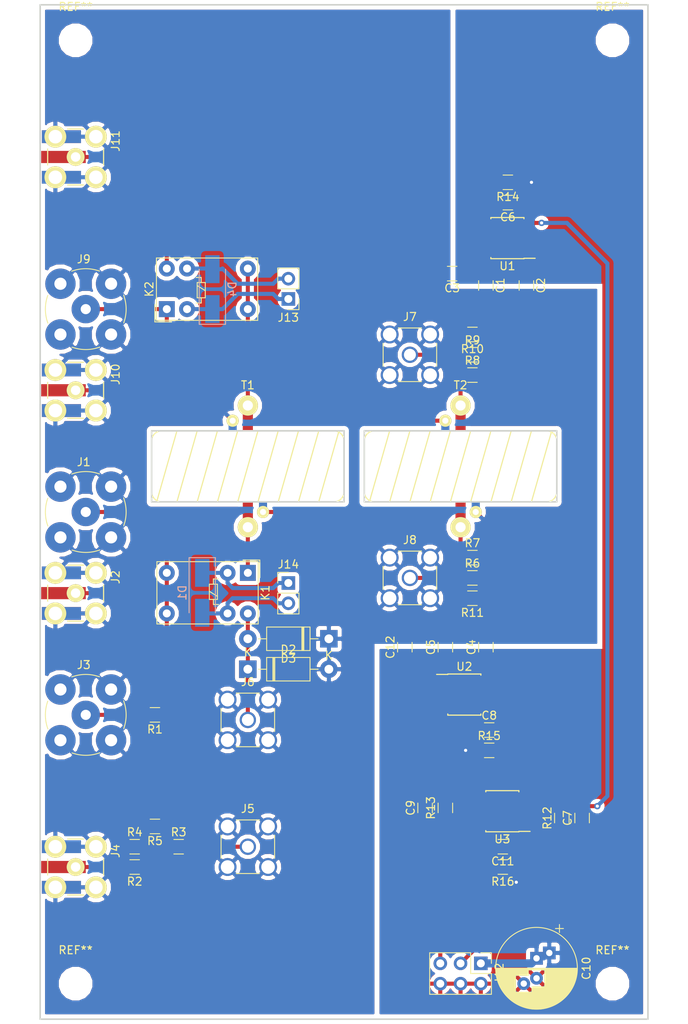
<source format=kicad_pcb>
(kicad_pcb (version 20171130) (host pcbnew 5.0.2-bee76a0~70~ubuntu16.04.1)
  (layers (0 F.Cu signal) (31 B.Cu signal) (34 B.Paste user) (35 F.Paste user) (36 B.SilkS user) (37 F.SilkS user) (38 B.Mask user) (39 F.Mask user) (44 Edge.Cuts user))
  (net 0 "")
  (net 1 "Net-(C1-Pad1)")
  (net 2 "Net-(C1-Pad2)")
  (net 3 GNDS)
  (net 4 "Net-(C2-Pad1)")
  (net 5 GNDD)
  (net 6 "Net-(C4-Pad2)")
  (net 7 "Net-(C4-Pad1)")
  (net 8 "Net-(C5-Pad1)")
  (net 9 "Net-(C6-Pad2)")
  (net 10 "Net-(C7-Pad2)")
  (net 11 "Net-(C8-Pad2)")
  (net 12 "Net-(C9-Pad2)")
  (net 13 +5V)
  (net 14 "Net-(C11-Pad2)")
  (net 15 "Net-(D2-Pad1)")
  (net 16 "Net-(J1-Pad1)")
  (net 17 "Net-(J3-Pad1)")
  (net 18 "Net-(J4-Pad1)")
  (net 19 "Net-(J5-Pad1)")
  (net 20 "Net-(J7-Pad1)")
  (net 21 "Net-(J8-Pad1)")
  (net 22 "Net-(J10-Pad1)")
  (net 23 "Net-(J11-Pad1)")
  (net 24 ForwardPwr)
  (net 25 ReversePwr)
  (net 26 "Net-(K1-Pad1)")
  (net 27 "Net-(K2-Pad5)")
  (net 28 "Net-(R2-Pad1)")
  (net 29 "Net-(U1-Pad3)")
  (net 30 "Net-(U1-Pad5)")
  (net 31 "Net-(U2-Pad3)")
  (net 32 "Net-(U2-Pad5)")
  (net 33 "Net-(D1-Pad2)")
  (net 34 "Net-(D1-Pad1)")
  (net 35 "Net-(D4-Pad1)")
  (net 36 "Net-(D4-Pad2)")
  (module Capacitor_SMD:C_1206_3216Metric_Pad1.42x1.75mm_HandSolder (layer F.Cu) (at 100.33 60.5425 270)
    (fp_text reference C1 (at 0 -1.82 270) (layer F.SilkS))
    (fp_text value 51pF)
    (pad 1 smd roundrect (at -1.4875 0 270) (size 1.425 1.75) (layers F.Cu F.Paste F.Mask) (roundrect_rratio 0.175439) (net 1 "Net-(C1-Pad1)"))
    (pad 2 smd roundrect (at 1.4875 0 270) (size 1.425 1.75) (layers F.Cu F.Paste F.Mask) (roundrect_rratio 0.175439) (net 2 "Net-(C1-Pad2)"))
  )
  (module Capacitor_SMD:C_1206_3216Metric_Pad1.42x1.75mm_HandSolder (layer F.Cu) (at 105.41 60.5425 270)
    (fp_text reference C2 (at 0 -1.82 270) (layer F.SilkS))
    (fp_text value 51pF)
    (pad 2 smd roundrect (at 1.4875 0 270) (size 1.425 1.75) (layers F.Cu F.Paste F.Mask) (roundrect_rratio 0.175439) (net 3 GNDS))
    (pad 1 smd roundrect (at -1.4875 0 270) (size 1.425 1.75) (layers F.Cu F.Paste F.Mask) (roundrect_rratio 0.175439) (net 4 "Net-(C2-Pad1)"))
  )
  (module Capacitor_SMD:C_1206_3216Metric_Pad1.42x1.75mm_HandSolder (layer F.Cu) (at 96.1025 59.055 180)
    (fp_text reference C3 (at 0 -1.82 180) (layer F.SilkS))
    (fp_text value 1nF)
    (pad 2 smd roundrect (at 1.4875 0 180) (size 1.425 1.75) (layers F.Cu F.Paste F.Mask) (roundrect_rratio 0.175439) (net 3 GNDS))
    (pad 1 smd roundrect (at -1.4875 0 180) (size 1.425 1.75) (layers F.Cu F.Paste F.Mask) (roundrect_rratio 0.175439) (net 5 GNDD))
  )
  (module Capacitor_SMD:C_1206_3216Metric_Pad1.42x1.75mm_HandSolder (layer F.Cu) (at 100.33 105.8275 90)
    (fp_text reference C4 (at 0 -1.82 90) (layer F.SilkS))
    (fp_text value 51pF)
    (pad 2 smd roundrect (at 1.4875 0 90) (size 1.425 1.75) (layers F.Cu F.Paste F.Mask) (roundrect_rratio 0.175439) (net 6 "Net-(C4-Pad2)"))
    (pad 1 smd roundrect (at -1.4875 0 90) (size 1.425 1.75) (layers F.Cu F.Paste F.Mask) (roundrect_rratio 0.175439) (net 7 "Net-(C4-Pad1)"))
  )
  (module Capacitor_SMD:C_1206_3216Metric_Pad1.42x1.75mm_HandSolder (layer F.Cu) (at 95.25 105.8275 90)
    (fp_text reference C5 (at 0 -1.82 90) (layer F.SilkS))
    (fp_text value 51pF)
    (pad 1 smd roundrect (at -1.4875 0 90) (size 1.425 1.75) (layers F.Cu F.Paste F.Mask) (roundrect_rratio 0.175439) (net 8 "Net-(C5-Pad1)"))
    (pad 2 smd roundrect (at 1.4875 0 90) (size 1.425 1.75) (layers F.Cu F.Paste F.Mask) (roundrect_rratio 0.175439) (net 3 GNDS))
  )
  (module Capacitor_SMD:C_1206_3216Metric_Pad1.42x1.75mm_HandSolder (layer F.Cu) (at 103.0875 50.165 180)
    (fp_text reference C6 (at 0 -1.82 180) (layer F.SilkS))
    (fp_text value .1uF)
    (pad 1 smd roundrect (at -1.4875 0 180) (size 1.425 1.75) (layers F.Cu F.Paste F.Mask) (roundrect_rratio 0.175439) (net 5 GNDD))
    (pad 2 smd roundrect (at 1.4875 0 180) (size 1.425 1.75) (layers F.Cu F.Paste F.Mask) (roundrect_rratio 0.175439) (net 9 "Net-(C6-Pad2)"))
  )
  (module Capacitor_SMD:C_1206_3216Metric_Pad1.42x1.75mm_HandSolder (layer F.Cu) (at 112.395 127.2175 90)
    (fp_text reference C7 (at 0 -1.82 90) (layer F.SilkS))
    (fp_text value 1nF)
    (pad 2 smd roundrect (at 1.4875 0 90) (size 1.425 1.75) (layers F.Cu F.Paste F.Mask) (roundrect_rratio 0.175439) (net 10 "Net-(C7-Pad2)"))
    (pad 1 smd roundrect (at -1.4875 0 90) (size 1.425 1.75) (layers F.Cu F.Paste F.Mask) (roundrect_rratio 0.175439) (net 5 GNDD))
  )
  (module Capacitor_SMD:C_1206_3216Metric_Pad1.42x1.75mm_HandSolder (layer F.Cu) (at 100.7475 116.205)
    (fp_text reference C8 (at 0 -1.82) (layer F.SilkS))
    (fp_text value .1uF)
    (pad 1 smd roundrect (at -1.4875 0) (size 1.425 1.75) (layers F.Cu F.Paste F.Mask) (roundrect_rratio 0.175439) (net 5 GNDD))
    (pad 2 smd roundrect (at 1.4875 0) (size 1.425 1.75) (layers F.Cu F.Paste F.Mask) (roundrect_rratio 0.175439) (net 11 "Net-(C8-Pad2)"))
  )
  (module Capacitor_SMD:C_1206_3216Metric_Pad1.42x1.75mm_HandSolder (layer F.Cu) (at 92.71 125.9475 90)
    (fp_text reference C9 (at 0 -1.82 90) (layer F.SilkS))
    (fp_text value 1nF)
    (pad 2 smd roundrect (at 1.4875 0 90) (size 1.425 1.75) (layers F.Cu F.Paste F.Mask) (roundrect_rratio 0.175439) (net 12 "Net-(C9-Pad2)"))
    (pad 1 smd roundrect (at -1.4875 0 90) (size 1.425 1.75) (layers F.Cu F.Paste F.Mask) (roundrect_rratio 0.175439) (net 5 GNDD))
  )
  (module Capacitor_THT:CP_Radial_D10.0mm_P2.50mm_P5.00mm (layer F.Cu) (at 106.68 144.78 270)
    (fp_text reference C10 (at 1.25 -6.25 270) (layer F.SilkS))
    (fp_text value 100uF)
    (pad 1 thru_hole rect (at 0 0 270) (size 1.6 1.6) (drill 0.8) (layers *.Cu *.Mask) (net 13 +5V))
    (pad 2 thru_hole circle (at 2.5 0 270) (size 1.6 1.6) (drill 0.8) (layers *.Cu *.Mask) (net 5 GNDD))
    (pad 1 thru_hole rect (at -0.670937 -1.6 270) (size 1.6 1.6) (drill 0.8) (layers *.Cu *.Mask) (net 13 +5V))
    (pad 2 thru_hole circle (at 3.170937 1.6 270) (size 1.6 1.6) (drill 0.8) (layers *.Cu *.Mask) (net 5 GNDD))
  )
  (module Capacitor_SMD:C_1206_3216Metric_Pad1.42x1.75mm_HandSolder (layer F.Cu) (at 102.4525 130.81 180)
    (fp_text reference C11 (at 0 -1.82 180) (layer F.SilkS))
    (fp_text value .1uF)
    (pad 1 smd roundrect (at -1.4875 0 180) (size 1.425 1.75) (layers F.Cu F.Paste F.Mask) (roundrect_rratio 0.175439) (net 5 GNDD))
    (pad 2 smd roundrect (at 1.4875 0 180) (size 1.425 1.75) (layers F.Cu F.Paste F.Mask) (roundrect_rratio 0.175439) (net 14 "Net-(C11-Pad2)"))
  )
  (module Diode_SMD:D_SMA_Handsoldering (layer B.Cu) (at 64.77 99.02 270)
    (fp_text reference D1 (at 0 2.5 270) (layer B.SilkS) (effects (justify mirror)))
    (fp_text value D_Small)
    (pad 2 smd rect (at 2.5 0 270) (size 3.5 1.8) (layers B.Cu B.Paste B.Mask) (net 33 "Net-(D1-Pad2)"))
    (pad 1 smd rect (at -2.5 0 270) (size 3.5 1.8) (layers B.Cu B.Paste B.Mask) (net 34 "Net-(D1-Pad1)"))
  )
  (module Diode_THT:D_DO-41_SOD81_P10.16mm_Horizontal (layer F.Cu) (at 70.485 108.585)
    (fp_text reference D2 (at 5.08 -2.47) (layer F.SilkS))
    (fp_text value D_Small)
    (fp_text user K (at 0 -2.1) (layer F.SilkS))
    (pad 2 thru_hole oval (at 10.16 0) (size 2.2 2.2) (drill 1.1) (layers *.Cu *.Mask) (net 3 GNDS))
    (pad 1 thru_hole rect (at 0 0) (size 2.2 2.2) (drill 1.1) (layers *.Cu *.Mask) (net 15 "Net-(D2-Pad1)"))
  )
  (module Diode_THT:D_DO-41_SOD81_P10.16mm_Horizontal (layer F.Cu) (at 80.645 104.775 180)
    (fp_text reference D3 (at 5.08 -2.47 180) (layer F.SilkS))
    (fp_text value D_Small)
    (fp_text user K (at 0 -2.1 180) (layer F.SilkS))
    (pad 1 thru_hole rect (at 0 0 180) (size 2.2 2.2) (drill 1.1) (layers *.Cu *.Mask) (net 3 GNDS))
    (pad 2 thru_hole oval (at 10.16 0 180) (size 2.2 2.2) (drill 1.1) (layers *.Cu *.Mask) (net 15 "Net-(D2-Pad1)"))
  )
  (module Diode_SMD:D_SMA_Handsoldering (layer B.Cu) (at 66.04 61 90)
    (fp_text reference D4 (at 0 2.5 90) (layer B.SilkS) (effects (justify mirror)))
    (fp_text value D_Small)
    (pad 1 smd rect (at -2.5 0 90) (size 3.5 1.8) (layers B.Cu B.Paste B.Mask) (net 35 "Net-(D4-Pad1)"))
    (pad 2 smd rect (at 2.5 0 90) (size 3.5 1.8) (layers B.Cu B.Paste B.Mask) (net 36 "Net-(D4-Pad2)"))
  )
  (module Connector_Coaxial:BNC_TEConnectivity_1478204_Vertical (layer F.Cu) (at 50.165 88.9)
    (fp_text reference J1 (at -0.25 -6.25) (layer F.SilkS))
    (fp_text value RadioBNC)
    (pad 2 thru_hole circle (at -3.175 -3.175) (size 3.81 3.81) (drill 1.524) (layers *.Cu *.Mask) (net 3 GNDS))
    (pad 1 thru_hole circle (at 0 0) (size 3.556 3.556) (drill 1.27) (layers *.Cu *.Mask) (net 16 "Net-(J1-Pad1)"))
    (pad 2 thru_hole circle (at 3.175 -3.175) (size 3.81 3.81) (drill 1.524) (layers *.Cu *.Mask) (net 3 GNDS))
    (pad 2 thru_hole circle (at -3.175 3.175) (size 3.81 3.81) (drill 1.524) (layers *.Cu *.Mask) (net 3 GNDS))
    (pad 2 thru_hole circle (at 3.175 3.175) (size 3.81 3.81) (drill 1.524) (layers *.Cu *.Mask) (net 3 GNDS))
  )
  (module Libraries:SMA_Vertical_Or_Edge (layer F.Cu) (at 48.895 99.06 270)
    (fp_text reference J2 (at -2 -5 270) (layer F.SilkS))
    (fp_text value RadioSMA)
    (pad 2 smd rect (at -2.54 1.778 270) (size 1.6002 4.9022) (layers B.Cu B.Paste B.Mask) (net 3 GNDS))
    (pad 2 smd rect (at 2.54 1.778 270) (size 1.6002 4.9022) (layers F.Cu F.Paste F.Mask) (net 3 GNDS))
    (pad 2 smd rect (at -2.54 1.778 270) (size 1.6002 4.9022) (layers F.Cu F.Paste F.Mask) (net 3 GNDS))
    (pad 1 smd rect (at 0 1.524 270) (size 1.524 5.588) (layers F.Cu F.Paste F.Mask) (net 16 "Net-(J1-Pad1)"))
    (pad 1 thru_hole circle (at 0 0 270) (size 2.24 2.24) (drill 1.2) (layers *.Cu *.Mask F.SilkS) (net 16 "Net-(J1-Pad1)"))
    (pad 2 thru_hole circle (at -2.54 -2.54 270) (size 2.74 2.74) (drill 1.7) (layers *.Cu *.Mask F.SilkS) (net 3 GNDS))
    (pad 2 thru_hole circle (at 2.54 -2.54 270) (size 2.74 2.74) (drill 1.7) (layers *.Cu *.Mask F.SilkS) (net 3 GNDS))
    (pad 2 thru_hole circle (at 2.54 2.54 270) (size 2.74 2.74) (drill 1.7) (layers *.Cu *.Mask F.SilkS) (net 3 GNDS))
    (pad 2 smd rect (at 2.54 1.778 270) (size 1.6002 4.9022) (layers B.Cu B.Paste B.Mask) (net 3 GNDS))
    (pad 2 thru_hole circle (at -2.54 2.54 270) (size 2.74 2.74) (drill 1.7) (layers *.Cu *.Mask F.SilkS) (net 3 GNDS))
  )
  (module Connector_Coaxial:BNC_TEConnectivity_1478204_Vertical (layer F.Cu) (at 50.165 114.3)
    (fp_text reference J3 (at -0.25 -6.25) (layer F.SilkS))
    (fp_text value "High Impedance Tap")
    (pad 2 thru_hole circle (at -3.175 -3.175) (size 3.81 3.81) (drill 1.524) (layers *.Cu *.Mask) (net 3 GNDS))
    (pad 1 thru_hole circle (at 0 0) (size 3.556 3.556) (drill 1.27) (layers *.Cu *.Mask) (net 17 "Net-(J3-Pad1)"))
    (pad 2 thru_hole circle (at 3.175 -3.175) (size 3.81 3.81) (drill 1.524) (layers *.Cu *.Mask) (net 3 GNDS))
    (pad 2 thru_hole circle (at -3.175 3.175) (size 3.81 3.81) (drill 1.524) (layers *.Cu *.Mask) (net 3 GNDS))
    (pad 2 thru_hole circle (at 3.175 3.175) (size 3.81 3.81) (drill 1.524) (layers *.Cu *.Mask) (net 3 GNDS))
  )
  (module Libraries:SMA_Vertical_Or_Edge (layer F.Cu) (at 48.895 133.35 270)
    (fp_text reference J4 (at -2 -5 270) (layer F.SilkS))
    (fp_text value "Low Impedance Tap")
    (pad 2 thru_hole circle (at -2.54 2.54 270) (size 2.74 2.74) (drill 1.7) (layers *.Cu *.Mask F.SilkS) (net 3 GNDS))
    (pad 2 smd rect (at 2.54 1.778 270) (size 1.6002 4.9022) (layers B.Cu B.Paste B.Mask) (net 3 GNDS))
    (pad 2 thru_hole circle (at 2.54 2.54 270) (size 2.74 2.74) (drill 1.7) (layers *.Cu *.Mask F.SilkS) (net 3 GNDS))
    (pad 2 thru_hole circle (at 2.54 -2.54 270) (size 2.74 2.74) (drill 1.7) (layers *.Cu *.Mask F.SilkS) (net 3 GNDS))
    (pad 2 thru_hole circle (at -2.54 -2.54 270) (size 2.74 2.74) (drill 1.7) (layers *.Cu *.Mask F.SilkS) (net 3 GNDS))
    (pad 1 thru_hole circle (at 0 0 270) (size 2.24 2.24) (drill 1.2) (layers *.Cu *.Mask F.SilkS) (net 18 "Net-(J4-Pad1)"))
    (pad 1 smd rect (at 0 1.524 270) (size 1.524 5.588) (layers F.Cu F.Paste F.Mask) (net 18 "Net-(J4-Pad1)"))
    (pad 2 smd rect (at -2.54 1.778 270) (size 1.6002 4.9022) (layers F.Cu F.Paste F.Mask) (net 3 GNDS))
    (pad 2 smd rect (at 2.54 1.778 270) (size 1.6002 4.9022) (layers F.Cu F.Paste F.Mask) (net 3 GNDS))
    (pad 2 smd rect (at -2.54 1.778 270) (size 1.6002 4.9022) (layers B.Cu B.Paste B.Mask) (net 3 GNDS))
  )
  (module Connector_Coaxial:SMA_Amphenol_901-144_Vertical (layer F.Cu) (at 70.485 130.81)
    (fp_text reference J5 (at 0 -4.75) (layer F.SilkS))
    (fp_text value "Frequency Counter")
    (pad 1 thru_hole circle (at 0 0) (size 2.05 2.05) (drill 1.5) (layers *.Cu *.Mask) (net 19 "Net-(J5-Pad1)"))
    (pad 2 thru_hole circle (at 2.54 2.54) (size 2.25 2.25) (drill 1.7) (layers *.Cu *.Mask) (net 3 GNDS))
    (pad 2 thru_hole circle (at 2.54 -2.54) (size 2.25 2.25) (drill 1.7) (layers *.Cu *.Mask) (net 3 GNDS))
    (pad 2 thru_hole circle (at -2.54 -2.54) (size 2.25 2.25) (drill 1.7) (layers *.Cu *.Mask) (net 3 GNDS))
    (pad 2 thru_hole circle (at -2.54 2.54) (size 2.25 2.25) (drill 1.7) (layers *.Cu *.Mask) (net 3 GNDS))
  )
  (module Connector_Coaxial:SMA_Amphenol_901-144_Vertical (layer F.Cu) (at 70.485 114.935)
    (fp_text reference J6 (at 0 -4.75) (layer F.SilkS))
    (fp_text value "Signal Generator")
    (pad 2 thru_hole circle (at -2.54 2.54) (size 2.25 2.25) (drill 1.7) (layers *.Cu *.Mask) (net 3 GNDS))
    (pad 2 thru_hole circle (at -2.54 -2.54) (size 2.25 2.25) (drill 1.7) (layers *.Cu *.Mask) (net 3 GNDS))
    (pad 2 thru_hole circle (at 2.54 -2.54) (size 2.25 2.25) (drill 1.7) (layers *.Cu *.Mask) (net 3 GNDS))
    (pad 2 thru_hole circle (at 2.54 2.54) (size 2.25 2.25) (drill 1.7) (layers *.Cu *.Mask) (net 3 GNDS))
    (pad 1 thru_hole circle (at 0 0) (size 2.05 2.05) (drill 1.5) (layers *.Cu *.Mask) (net 15 "Net-(D2-Pad1)"))
  )
  (module Connector_Coaxial:SMA_Amphenol_901-144_Vertical (layer F.Cu) (at 90.805 69.215)
    (fp_text reference J7 (at 0 -4.75) (layer F.SilkS))
    (fp_text value "Forward Sample")
    (pad 1 thru_hole circle (at 0 0) (size 2.05 2.05) (drill 1.5) (layers *.Cu *.Mask) (net 20 "Net-(J7-Pad1)"))
    (pad 2 thru_hole circle (at 2.54 2.54) (size 2.25 2.25) (drill 1.7) (layers *.Cu *.Mask) (net 3 GNDS))
    (pad 2 thru_hole circle (at 2.54 -2.54) (size 2.25 2.25) (drill 1.7) (layers *.Cu *.Mask) (net 3 GNDS))
    (pad 2 thru_hole circle (at -2.54 -2.54) (size 2.25 2.25) (drill 1.7) (layers *.Cu *.Mask) (net 3 GNDS))
    (pad 2 thru_hole circle (at -2.54 2.54) (size 2.25 2.25) (drill 1.7) (layers *.Cu *.Mask) (net 3 GNDS))
  )
  (module Connector_Coaxial:SMA_Amphenol_901-144_Vertical (layer F.Cu) (at 90.805 97.155)
    (fp_text reference J8 (at 0 -4.75) (layer F.SilkS))
    (fp_text value "Reverse Sample")
    (pad 2 thru_hole circle (at -2.54 2.54) (size 2.25 2.25) (drill 1.7) (layers *.Cu *.Mask) (net 3 GNDS))
    (pad 2 thru_hole circle (at -2.54 -2.54) (size 2.25 2.25) (drill 1.7) (layers *.Cu *.Mask) (net 3 GNDS))
    (pad 2 thru_hole circle (at 2.54 -2.54) (size 2.25 2.25) (drill 1.7) (layers *.Cu *.Mask) (net 3 GNDS))
    (pad 2 thru_hole circle (at 2.54 2.54) (size 2.25 2.25) (drill 1.7) (layers *.Cu *.Mask) (net 3 GNDS))
    (pad 1 thru_hole circle (at 0 0) (size 2.05 2.05) (drill 1.5) (layers *.Cu *.Mask) (net 21 "Net-(J8-Pad1)"))
  )
  (module Connector_Coaxial:BNC_TEConnectivity_1478204_Vertical (layer F.Cu) (at 50.165 63.5)
    (fp_text reference J9 (at -0.25 -6.25) (layer F.SilkS))
    (fp_text value AntennaBNC)
    (pad 2 thru_hole circle (at 3.175 3.175) (size 3.81 3.81) (drill 1.524) (layers *.Cu *.Mask) (net 3 GNDS))
    (pad 2 thru_hole circle (at -3.175 3.175) (size 3.81 3.81) (drill 1.524) (layers *.Cu *.Mask) (net 3 GNDS))
    (pad 2 thru_hole circle (at 3.175 -3.175) (size 3.81 3.81) (drill 1.524) (layers *.Cu *.Mask) (net 3 GNDS))
    (pad 1 thru_hole circle (at 0 0) (size 3.556 3.556) (drill 1.27) (layers *.Cu *.Mask) (net 22 "Net-(J10-Pad1)"))
    (pad 2 thru_hole circle (at -3.175 -3.175) (size 3.81 3.81) (drill 1.524) (layers *.Cu *.Mask) (net 3 GNDS))
  )
  (module Libraries:SMA_Vertical_Or_Edge (layer F.Cu) (at 48.895 73.66 270)
    (fp_text reference J10 (at -2 -5 270) (layer F.SilkS))
    (fp_text value AntennaSMA)
    (pad 2 smd rect (at -2.54 1.778 270) (size 1.6002 4.9022) (layers B.Cu B.Paste B.Mask) (net 3 GNDS))
    (pad 2 smd rect (at 2.54 1.778 270) (size 1.6002 4.9022) (layers F.Cu F.Paste F.Mask) (net 3 GNDS))
    (pad 2 smd rect (at -2.54 1.778 270) (size 1.6002 4.9022) (layers F.Cu F.Paste F.Mask) (net 3 GNDS))
    (pad 1 smd rect (at 0 1.524 270) (size 1.524 5.588) (layers F.Cu F.Paste F.Mask) (net 22 "Net-(J10-Pad1)"))
    (pad 1 thru_hole circle (at 0 0 270) (size 2.24 2.24) (drill 1.2) (layers *.Cu *.Mask F.SilkS) (net 22 "Net-(J10-Pad1)"))
    (pad 2 thru_hole circle (at -2.54 -2.54 270) (size 2.74 2.74) (drill 1.7) (layers *.Cu *.Mask F.SilkS) (net 3 GNDS))
    (pad 2 thru_hole circle (at 2.54 -2.54 270) (size 2.74 2.74) (drill 1.7) (layers *.Cu *.Mask F.SilkS) (net 3 GNDS))
    (pad 2 thru_hole circle (at 2.54 2.54 270) (size 2.74 2.74) (drill 1.7) (layers *.Cu *.Mask F.SilkS) (net 3 GNDS))
    (pad 2 smd rect (at 2.54 1.778 270) (size 1.6002 4.9022) (layers B.Cu B.Paste B.Mask) (net 3 GNDS))
    (pad 2 thru_hole circle (at -2.54 2.54 270) (size 2.74 2.74) (drill 1.7) (layers *.Cu *.Mask F.SilkS) (net 3 GNDS))
  )
  (module Libraries:SMA_Vertical_Or_Edge (layer F.Cu) (at 48.895 44.45 270)
    (fp_text reference J11 (at -2 -5 270) (layer F.SilkS))
    (fp_text value "Dummy Load")
    (pad 2 thru_hole circle (at -2.54 2.54 270) (size 2.74 2.74) (drill 1.7) (layers *.Cu *.Mask F.SilkS) (net 3 GNDS))
    (pad 2 smd rect (at 2.54 1.778 270) (size 1.6002 4.9022) (layers B.Cu B.Paste B.Mask) (net 3 GNDS))
    (pad 2 thru_hole circle (at 2.54 2.54 270) (size 2.74 2.74) (drill 1.7) (layers *.Cu *.Mask F.SilkS) (net 3 GNDS))
    (pad 2 thru_hole circle (at 2.54 -2.54 270) (size 2.74 2.74) (drill 1.7) (layers *.Cu *.Mask F.SilkS) (net 3 GNDS))
    (pad 2 thru_hole circle (at -2.54 -2.54 270) (size 2.74 2.74) (drill 1.7) (layers *.Cu *.Mask F.SilkS) (net 3 GNDS))
    (pad 1 thru_hole circle (at 0 0 270) (size 2.24 2.24) (drill 1.2) (layers *.Cu *.Mask F.SilkS) (net 23 "Net-(J11-Pad1)"))
    (pad 1 smd rect (at 0 1.524 270) (size 1.524 5.588) (layers F.Cu F.Paste F.Mask) (net 23 "Net-(J11-Pad1)"))
    (pad 2 smd rect (at -2.54 1.778 270) (size 1.6002 4.9022) (layers F.Cu F.Paste F.Mask) (net 3 GNDS))
    (pad 2 smd rect (at 2.54 1.778 270) (size 1.6002 4.9022) (layers F.Cu F.Paste F.Mask) (net 3 GNDS))
    (pad 2 smd rect (at -2.54 1.778 270) (size 1.6002 4.9022) (layers B.Cu B.Paste B.Mask) (net 3 GNDS))
  )
  (module Relay_THT:Relay_SPDT_Omron_G5V-1 (layer F.Cu) (at 70.485 96.52 270)
    (fp_text reference K1 (at 2.5 -2.2 270) (layer F.SilkS))
    (fp_text value G5V-1)
    (pad 5 thru_hole circle (at 0 10.16 270) (size 2 2) (drill 1) (layers *.Cu *.Mask) (net 16 "Net-(J1-Pad1)"))
    (pad 6 thru_hole circle (at 5.08 10.16 270) (size 2 2) (drill 1) (layers *.Cu *.Mask) (net 16 "Net-(J1-Pad1)"))
    (pad 2 thru_hole circle (at 0 2.54 270) (size 2 2) (drill 1) (layers *.Cu *.Mask) (net 34 "Net-(D1-Pad1)"))
    (pad 1 thru_hole rect (at 0 0 270) (size 2 2) (drill 1) (layers *.Cu *.Mask) (net 26 "Net-(K1-Pad1)"))
    (pad 9 thru_hole circle (at 5.08 2.54 270) (size 2 2) (drill 1) (layers *.Cu *.Mask) (net 33 "Net-(D1-Pad2)"))
    (pad 10 thru_hole circle (at 5.08 0 270) (size 2 2) (drill 1) (layers *.Cu *.Mask) (net 15 "Net-(D2-Pad1)"))
  )
  (module Relay_THT:Relay_SPDT_Omron_G5V-1 (layer F.Cu) (at 60.325 63.5 90)
    (fp_text reference K2 (at 2.5 -2.2 90) (layer F.SilkS))
    (fp_text value G5V-1)
    (pad 10 thru_hole circle (at 5.08 0 90) (size 2 2) (drill 1) (layers *.Cu *.Mask) (net 23 "Net-(J11-Pad1)"))
    (pad 9 thru_hole circle (at 5.08 2.54 90) (size 2 2) (drill 1) (layers *.Cu *.Mask) (net 36 "Net-(D4-Pad2)"))
    (pad 1 thru_hole rect (at 0 0 90) (size 2 2) (drill 1) (layers *.Cu *.Mask) (net 22 "Net-(J10-Pad1)"))
    (pad 2 thru_hole circle (at 0 2.54 90) (size 2 2) (drill 1) (layers *.Cu *.Mask) (net 35 "Net-(D4-Pad1)"))
    (pad 6 thru_hole circle (at 5.08 10.16 90) (size 2 2) (drill 1) (layers *.Cu *.Mask) (net 27 "Net-(K2-Pad5)"))
    (pad 5 thru_hole circle (at 0 10.16 90) (size 2 2) (drill 1) (layers *.Cu *.Mask) (net 27 "Net-(K2-Pad5)"))
  )
  (module Resistor_SMD:R_1206_3216Metric_Pad1.42x1.75mm_HandSolder (layer F.Cu) (at 58.8375 114.3 180)
    (fp_text reference R1 (at 0 -1.82 180) (layer F.SilkS))
    (fp_text value 10k)
    (pad 1 smd roundrect (at -1.4875 0 180) (size 1.425 1.75) (layers F.Cu F.Paste F.Mask) (roundrect_rratio 0.175439) (net 16 "Net-(J1-Pad1)"))
    (pad 2 smd roundrect (at 1.4875 0 180) (size 1.425 1.75) (layers F.Cu F.Paste F.Mask) (roundrect_rratio 0.175439) (net 17 "Net-(J3-Pad1)"))
  )
  (module Resistor_SMD:R_1206_3216Metric_Pad1.42x1.75mm_HandSolder (layer F.Cu) (at 56.2975 133.35 180)
    (fp_text reference R2 (at 0 -1.82 180) (layer F.SilkS))
    (fp_text value 47)
    (pad 1 smd roundrect (at -1.4875 0 180) (size 1.425 1.75) (layers F.Cu F.Paste F.Mask) (roundrect_rratio 0.175439) (net 28 "Net-(R2-Pad1)"))
    (pad 2 smd roundrect (at 1.4875 0 180) (size 1.425 1.75) (layers F.Cu F.Paste F.Mask) (roundrect_rratio 0.175439) (net 18 "Net-(J4-Pad1)"))
  )
  (module Resistor_SMD:R_1206_3216Metric_Pad1.42x1.75mm_HandSolder (layer F.Cu) (at 61.8125 130.81)
    (fp_text reference R3 (at 0 -1.82) (layer F.SilkS))
    (fp_text value 10k)
    (pad 2 smd roundrect (at 1.4875 0) (size 1.425 1.75) (layers F.Cu F.Paste F.Mask) (roundrect_rratio 0.175439) (net 19 "Net-(J5-Pad1)"))
    (pad 1 smd roundrect (at -1.4875 0) (size 1.425 1.75) (layers F.Cu F.Paste F.Mask) (roundrect_rratio 0.175439) (net 16 "Net-(J1-Pad1)"))
  )
  (module Resistor_SMD:R_1206_3216Metric_Pad1.42x1.75mm_HandSolder (layer F.Cu) (at 56.2975 130.81)
    (fp_text reference R4 (at 0 -1.82) (layer F.SilkS))
    (fp_text value 4.7)
    (pad 2 smd roundrect (at 1.4875 0) (size 1.425 1.75) (layers F.Cu F.Paste F.Mask) (roundrect_rratio 0.175439) (net 28 "Net-(R2-Pad1)"))
    (pad 1 smd roundrect (at -1.4875 0) (size 1.425 1.75) (layers F.Cu F.Paste F.Mask) (roundrect_rratio 0.175439) (net 3 GNDS))
  )
  (module Resistor_SMD:R_1206_3216Metric_Pad1.42x1.75mm_HandSolder (layer F.Cu) (at 58.8375 128.27 180)
    (fp_text reference R5 (at 0 -1.82 180) (layer F.SilkS))
    (fp_text value 10k)
    (pad 1 smd roundrect (at -1.4875 0 180) (size 1.425 1.75) (layers F.Cu F.Paste F.Mask) (roundrect_rratio 0.175439) (net 16 "Net-(J1-Pad1)"))
    (pad 2 smd roundrect (at 1.4875 0 180) (size 1.425 1.75) (layers F.Cu F.Paste F.Mask) (roundrect_rratio 0.175439) (net 28 "Net-(R2-Pad1)"))
  )
  (module Resistor_SMD:R_1206_3216Metric_Pad1.42x1.75mm_HandSolder (layer F.Cu) (at 98.6425 97.155)
    (fp_text reference R6 (at 0 -1.82) (layer F.SilkS))
    (fp_text value 100)
    (pad 2 smd roundrect (at 1.4875 0) (size 1.425 1.75) (layers F.Cu F.Paste F.Mask) (roundrect_rratio 0.175439) (net 3 GNDS))
    (pad 1 smd roundrect (at -1.4875 0) (size 1.425 1.75) (layers F.Cu F.Paste F.Mask) (roundrect_rratio 0.175439) (net 21 "Net-(J8-Pad1)"))
  )
  (module Resistor_SMD:R_1206_3216Metric_Pad1.42x1.75mm_HandSolder (layer F.Cu) (at 98.6425 94.615)
    (fp_text reference R7 (at 0 -1.82) (layer F.SilkS))
    (fp_text value 100)
    (pad 1 smd roundrect (at -1.4875 0) (size 1.425 1.75) (layers F.Cu F.Paste F.Mask) (roundrect_rratio 0.175439) (net 21 "Net-(J8-Pad1)"))
    (pad 2 smd roundrect (at 1.4875 0) (size 1.425 1.75) (layers F.Cu F.Paste F.Mask) (roundrect_rratio 0.175439) (net 3 GNDS))
  )
  (module Resistor_SMD:R_1206_3216Metric_Pad1.42x1.75mm_HandSolder (layer F.Cu) (at 98.6425 71.755)
    (fp_text reference R8 (at 0 -1.82) (layer F.SilkS))
    (fp_text value 100)
    (pad 2 smd roundrect (at 1.4875 0) (size 1.425 1.75) (layers F.Cu F.Paste F.Mask) (roundrect_rratio 0.175439) (net 3 GNDS))
    (pad 1 smd roundrect (at -1.4875 0) (size 1.425 1.75) (layers F.Cu F.Paste F.Mask) (roundrect_rratio 0.175439) (net 20 "Net-(J7-Pad1)"))
  )
  (module Resistor_SMD:R_1206_3216Metric_Pad1.42x1.75mm_HandSolder (layer F.Cu) (at 98.6425 69.215)
    (fp_text reference R9 (at 0 -1.82) (layer F.SilkS))
    (fp_text value 100)
    (pad 1 smd roundrect (at -1.4875 0) (size 1.425 1.75) (layers F.Cu F.Paste F.Mask) (roundrect_rratio 0.175439) (net 20 "Net-(J7-Pad1)"))
    (pad 2 smd roundrect (at 1.4875 0) (size 1.425 1.75) (layers F.Cu F.Paste F.Mask) (roundrect_rratio 0.175439) (net 3 GNDS))
  )
  (module Resistor_SMD:R_1206_3216Metric_Pad1.42x1.75mm_HandSolder (layer F.Cu) (at 98.6425 66.675 180)
    (fp_text reference R10 (at 0 -1.82 180) (layer F.SilkS))
    (fp_text value 100k?)
    (pad 1 smd roundrect (at -1.4875 0 180) (size 1.425 1.75) (layers F.Cu F.Paste F.Mask) (roundrect_rratio 0.175439) (net 2 "Net-(C1-Pad2)"))
    (pad 2 smd roundrect (at 1.4875 0 180) (size 1.425 1.75) (layers F.Cu F.Paste F.Mask) (roundrect_rratio 0.175439) (net 20 "Net-(J7-Pad1)"))
  )
  (module Resistor_SMD:R_1206_3216Metric_Pad1.42x1.75mm_HandSolder (layer F.Cu) (at 98.6425 99.695 180)
    (fp_text reference R11 (at 0 -1.82 180) (layer F.SilkS))
    (fp_text value 100k?)
    (pad 1 smd roundrect (at -1.4875 0 180) (size 1.425 1.75) (layers F.Cu F.Paste F.Mask) (roundrect_rratio 0.175439) (net 6 "Net-(C4-Pad2)"))
    (pad 2 smd roundrect (at 1.4875 0 180) (size 1.425 1.75) (layers F.Cu F.Paste F.Mask) (roundrect_rratio 0.175439) (net 21 "Net-(J8-Pad1)"))
  )
  (module Resistor_SMD:R_1206_3216Metric_Pad1.42x1.75mm_HandSolder (layer F.Cu) (at 109.855 127.2175 90)
    (fp_text reference R12 (at 0 -1.82 90) (layer F.SilkS))
    (fp_text value 2k)
    (pad 2 smd roundrect (at 1.4875 0 90) (size 1.425 1.75) (layers F.Cu F.Paste F.Mask) (roundrect_rratio 0.175439) (net 10 "Net-(C7-Pad2)"))
    (pad 1 smd roundrect (at -1.4875 0 90) (size 1.425 1.75) (layers F.Cu F.Paste F.Mask) (roundrect_rratio 0.175439) (net 5 GNDD))
  )
  (module Resistor_SMD:R_1206_3216Metric_Pad1.42x1.75mm_HandSolder (layer F.Cu) (at 95.25 125.9475 90)
    (fp_text reference R13 (at 0 -1.82 90) (layer F.SilkS))
    (fp_text value 2k)
    (pad 2 smd roundrect (at 1.4875 0 90) (size 1.425 1.75) (layers F.Cu F.Paste F.Mask) (roundrect_rratio 0.175439) (net 12 "Net-(C9-Pad2)"))
    (pad 1 smd roundrect (at -1.4875 0 90) (size 1.425 1.75) (layers F.Cu F.Paste F.Mask) (roundrect_rratio 0.175439) (net 5 GNDD))
  )
  (module Resistor_SMD:R_1206_3216Metric_Pad1.42x1.75mm_HandSolder (layer F.Cu) (at 103.0875 47.625 180)
    (fp_text reference R14 (at 0 -1.82 180) (layer F.SilkS))
    (fp_text value 22)
    (pad 2 smd roundrect (at 1.4875 0 180) (size 1.425 1.75) (layers F.Cu F.Paste F.Mask) (roundrect_rratio 0.175439) (net 9 "Net-(C6-Pad2)"))
    (pad 1 smd roundrect (at -1.4875 0 180) (size 1.425 1.75) (layers F.Cu F.Paste F.Mask) (roundrect_rratio 0.175439) (net 13 +5V))
  )
  (module Resistor_SMD:R_1206_3216Metric_Pad1.42x1.75mm_HandSolder (layer F.Cu) (at 100.7475 118.745)
    (fp_text reference R15 (at 0 -1.82) (layer F.SilkS))
    (fp_text value 22)
    (pad 2 smd roundrect (at 1.4875 0) (size 1.425 1.75) (layers F.Cu F.Paste F.Mask) (roundrect_rratio 0.175439) (net 11 "Net-(C8-Pad2)"))
    (pad 1 smd roundrect (at -1.4875 0) (size 1.425 1.75) (layers F.Cu F.Paste F.Mask) (roundrect_rratio 0.175439) (net 13 +5V))
  )
  (module Resistor_SMD:R_1206_3216Metric_Pad1.42x1.75mm_HandSolder (layer F.Cu) (at 102.4525 133.35 180)
    (fp_text reference R16 (at 0 -1.82 180) (layer F.SilkS))
    (fp_text value 22)
    (pad 1 smd roundrect (at -1.4875 0 180) (size 1.425 1.75) (layers F.Cu F.Paste F.Mask) (roundrect_rratio 0.175439) (net 13 +5V))
    (pad 2 smd roundrect (at 1.4875 0 180) (size 1.425 1.75) (layers F.Cu F.Paste F.Mask) (roundrect_rratio 0.175439) (net 14 "Net-(C11-Pad2)"))
  )
  (module Libraries:Toroid-FT50-43-In-Board (layer F.Cu) (at 70.485 83.185 180)
    (fp_text reference T1 (at 0 10.16 180) (layer F.SilkS))
    (fp_text value Toroidal_Transformer)
    (pad 1 thru_hole circle (at 0 -7.62 180) (size 2.54 2.54) (drill 1.27) (layers *.Cu *.Mask F.SilkS) (net 26 "Net-(K1-Pad1)"))
    (pad 2 thru_hole circle (at 0 7.62 180) (size 2.54 2.54) (drill 1.27) (layers *.Cu *.Mask F.SilkS) (net 27 "Net-(K2-Pad5)"))
    (pad 3 thru_hole circle (at -1.905 -5.715 180) (size 1.524 1.524) (drill 0.762) (layers *.Cu *.Mask F.SilkS) (net 21 "Net-(J8-Pad1)"))
    (pad 4 thru_hole circle (at 1.905 5.715 180) (size 1.524 1.524) (drill 0.762) (layers *.Cu *.Mask F.SilkS) (net 3 GNDS))
    (pad 1 smd rect (at 0 -5.715 180) (size 1.27 2.54) (layers F.Cu F.Paste F.Mask) (net 26 "Net-(K1-Pad1)"))
    (pad 2 smd rect (at 0 5.715 180) (size 1.27 2.54) (layers F.Cu F.Paste F.Mask) (net 27 "Net-(K2-Pad5)"))
    (pad 3 smd rect (at -1.905 -5.08 180) (size 1.016 1.27) (layers B.Cu F.Paste F.Mask) (net 21 "Net-(J8-Pad1)"))
    (pad 4 smd rect (at 1.905 5.08 180) (size 1.016 1.27) (layers B.Cu F.Paste F.Mask) (net 3 GNDS))
  )
  (module Libraries:Toroid-FT50-43-In-Board (layer F.Cu) (at 97.155 83.185 180)
    (fp_text reference T2 (at 0 10.16 180) (layer F.SilkS))
    (fp_text value Toroidal_Transformer)
    (pad 4 smd rect (at 1.905 5.08 180) (size 1.016 1.27) (layers B.Cu F.Paste F.Mask) (net 27 "Net-(K2-Pad5)"))
    (pad 3 smd rect (at -1.905 -5.08 180) (size 1.016 1.27) (layers B.Cu F.Paste F.Mask) (net 3 GNDS))
    (pad 2 smd rect (at 0 5.715 180) (size 1.27 2.54) (layers F.Cu F.Paste F.Mask) (net 20 "Net-(J7-Pad1)"))
    (pad 1 smd rect (at 0 -5.715 180) (size 1.27 2.54) (layers F.Cu F.Paste F.Mask) (net 21 "Net-(J8-Pad1)"))
    (pad 4 thru_hole circle (at 1.905 5.715 180) (size 1.524 1.524) (drill 0.762) (layers *.Cu *.Mask F.SilkS) (net 27 "Net-(K2-Pad5)"))
    (pad 3 thru_hole circle (at -1.905 -5.715 180) (size 1.524 1.524) (drill 0.762) (layers *.Cu *.Mask F.SilkS) (net 3 GNDS))
    (pad 2 thru_hole circle (at 0 7.62 180) (size 2.54 2.54) (drill 1.27) (layers *.Cu *.Mask F.SilkS) (net 20 "Net-(J7-Pad1)"))
    (pad 1 thru_hole circle (at 0 -7.62 180) (size 2.54 2.54) (drill 1.27) (layers *.Cu *.Mask F.SilkS) (net 21 "Net-(J8-Pad1)"))
  )
  (module Package_SO:SOIC-8_3.9x4.9mm_P1.27mm (layer F.Cu) (at 103.03 54.61 180)
    (fp_text reference U1 (at 0 -3.5 180) (layer F.SilkS))
    (fp_text value AD8307)
    (pad 1 smd rect (at -2.7 -1.905 180) (size 1.55 0.6) (layers F.Cu F.Paste F.Mask) (net 4 "Net-(C2-Pad1)"))
    (pad 2 smd rect (at -2.7 -0.635 180) (size 1.55 0.6) (layers F.Cu F.Paste F.Mask) (net 5 GNDD))
    (pad 3 smd rect (at -2.7 0.635 180) (size 1.55 0.6) (layers F.Cu F.Paste F.Mask) (net 29 "Net-(U1-Pad3)"))
    (pad 4 smd rect (at -2.7 1.905 180) (size 1.55 0.6) (layers F.Cu F.Paste F.Mask) (net 10 "Net-(C7-Pad2)"))
    (pad 5 smd rect (at 2.7 1.905 180) (size 1.55 0.6) (layers F.Cu F.Paste F.Mask) (net 30 "Net-(U1-Pad5)"))
    (pad 6 smd rect (at 2.7 0.635 180) (size 1.55 0.6) (layers F.Cu F.Paste F.Mask) (net 9 "Net-(C6-Pad2)"))
    (pad 7 smd rect (at 2.7 -0.635 180) (size 1.55 0.6) (layers F.Cu F.Paste F.Mask) (net 9 "Net-(C6-Pad2)"))
    (pad 8 smd rect (at 2.7 -1.905 180) (size 1.55 0.6) (layers F.Cu F.Paste F.Mask) (net 1 "Net-(C1-Pad1)"))
  )
  (module Package_SO:SOIC-8_3.9x4.9mm_P1.27mm (layer F.Cu) (at 97.63 111.76)
    (fp_text reference U2 (at 0 -3.5) (layer F.SilkS))
    (fp_text value AD8307)
    (pad 1 smd rect (at -2.7 -1.905) (size 1.55 0.6) (layers F.Cu F.Paste F.Mask) (net 8 "Net-(C5-Pad1)"))
    (pad 2 smd rect (at -2.7 -0.635) (size 1.55 0.6) (layers F.Cu F.Paste F.Mask) (net 5 GNDD))
    (pad 3 smd rect (at -2.7 0.635) (size 1.55 0.6) (layers F.Cu F.Paste F.Mask) (net 31 "Net-(U2-Pad3)"))
    (pad 4 smd rect (at -2.7 1.905) (size 1.55 0.6) (layers F.Cu F.Paste F.Mask) (net 12 "Net-(C9-Pad2)"))
    (pad 5 smd rect (at 2.7 1.905) (size 1.55 0.6) (layers F.Cu F.Paste F.Mask) (net 32 "Net-(U2-Pad5)"))
    (pad 6 smd rect (at 2.7 0.635) (size 1.55 0.6) (layers F.Cu F.Paste F.Mask) (net 11 "Net-(C8-Pad2)"))
    (pad 7 smd rect (at 2.7 -0.635) (size 1.55 0.6) (layers F.Cu F.Paste F.Mask) (net 11 "Net-(C8-Pad2)"))
    (pad 8 smd rect (at 2.7 -1.905) (size 1.55 0.6) (layers F.Cu F.Paste F.Mask) (net 7 "Net-(C4-Pad1)"))
  )
  (module Package_SO:SOIC-8_3.9x4.9mm_P1.27mm (layer F.Cu) (at 102.395 126.365 180)
    (fp_text reference U3 (at 0 -3.5 180) (layer F.SilkS))
    (fp_text value TL072)
    (pad 8 smd rect (at 2.7 -1.905 180) (size 1.55 0.6) (layers F.Cu F.Paste F.Mask) (net 14 "Net-(C11-Pad2)"))
    (pad 7 smd rect (at 2.7 -0.635 180) (size 1.55 0.6) (layers F.Cu F.Paste F.Mask) (net 25 ReversePwr))
    (pad 6 smd rect (at 2.7 0.635 180) (size 1.55 0.6) (layers F.Cu F.Paste F.Mask) (net 25 ReversePwr))
    (pad 5 smd rect (at 2.7 1.905 180) (size 1.55 0.6) (layers F.Cu F.Paste F.Mask) (net 12 "Net-(C9-Pad2)"))
    (pad 4 smd rect (at -2.7 1.905 180) (size 1.55 0.6) (layers F.Cu F.Paste F.Mask) (net 5 GNDD))
    (pad 3 smd rect (at -2.7 0.635 180) (size 1.55 0.6) (layers F.Cu F.Paste F.Mask) (net 10 "Net-(C7-Pad2)"))
    (pad 2 smd rect (at -2.7 -0.635 180) (size 1.55 0.6) (layers F.Cu F.Paste F.Mask) (net 24 ForwardPwr))
    (pad 1 smd rect (at -2.7 -1.905 180) (size 1.55 0.6) (layers F.Cu F.Paste F.Mask) (net 24 ForwardPwr))
  )
  (module MountingHole:MountingHole_3.2mm_M3 (layer F.Cu) (at 48.895 29.845)
    (fp_text reference REF** (at 0 -4.2) (layer F.SilkS))
    (fp_text value MountingHole_3.2mm_M3)
    (pad 1 np_thru_hole circle (at 0 0) (size 3.2 3.2) (drill 3.2) (layers *.Cu *.Mask))
  )
  (module MountingHole:MountingHole_3.2mm_M3 (layer F.Cu) (at 48.895 147.955)
    (fp_text reference REF** (at 0 -4.2) (layer F.SilkS))
    (fp_text value MountingHole_3.2mm_M3)
    (pad 1 np_thru_hole circle (at 0 0) (size 3.2 3.2) (drill 3.2) (layers *.Cu *.Mask))
  )
  (module MountingHole:MountingHole_3.2mm_M3 (layer F.Cu) (at 116.205 147.955)
    (fp_text reference REF** (at 0 -4.2) (layer F.SilkS))
    (fp_text value MountingHole_3.2mm_M3)
    (pad 1 np_thru_hole circle (at 0 0) (size 3.2 3.2) (drill 3.2) (layers *.Cu *.Mask))
  )
  (module MountingHole:MountingHole_3.2mm_M3 (layer F.Cu) (at 116.205 29.845)
    (fp_text reference REF** (at 0 -4.2) (layer F.SilkS))
    (fp_text value MountingHole_3.2mm_M3)
    (pad 1 np_thru_hole circle (at 0 0) (size 3.2 3.2) (drill 3.2) (layers *.Cu *.Mask))
  )
  (module Capacitor_SMD:C_1206_3216Metric_Pad1.42x1.75mm_HandSolder (layer F.Cu) (at 90.17 105.8275 90)
    (fp_text reference C12 (at 0 -1.82 90) (layer F.SilkS))
    (fp_text value 1nF)
    (pad 1 smd roundrect (at -1.4875 0 90) (size 1.425 1.75) (layers F.Cu F.Paste F.Mask) (roundrect_rratio 0.175439) (net 5 GNDD))
    (pad 2 smd roundrect (at 1.4875 0 90) (size 1.425 1.75) (layers F.Cu F.Paste F.Mask) (roundrect_rratio 0.175439) (net 3 GNDS))
  )
  (module Connector_PinHeader_2.54mm:PinHeader_1x02_P2.54mm_Vertical (layer F.Cu) (at 75.565 62.23 180)
    (fp_text reference J13 (at 0 -2.33 180) (layer F.SilkS))
    (fp_text value Ant/Dummy)
    (pad 2 thru_hole oval (at 0 2.54 180) (size 1.7 1.7) (drill 1) (layers *.Cu *.Mask) (net 36 "Net-(D4-Pad2)"))
    (pad 1 thru_hole rect (at 0 0 180) (size 1.7 1.7) (drill 1) (layers *.Cu *.Mask) (net 35 "Net-(D4-Pad1)"))
  )
  (module Connector_PinHeader_2.54mm:PinHeader_1x02_P2.54mm_Vertical (layer F.Cu) (at 75.565 97.79)
    (fp_text reference J14 (at 0 -2.33) (layer F.SilkS))
    (fp_text value Tx/Rx)
    (pad 1 thru_hole rect (at 0 0) (size 1.7 1.7) (drill 1) (layers *.Cu *.Mask) (net 34 "Net-(D1-Pad1)"))
    (pad 2 thru_hole oval (at 0 2.54) (size 1.7 1.7) (drill 1) (layers *.Cu *.Mask) (net 33 "Net-(D1-Pad2)"))
  )
  (module Connector_PinHeader_2.54mm:PinHeader_2x03_P2.54mm_Vertical (layer F.Cu) (at 99.695 145.415 270)
    (fp_text reference J12 (at 1.27 -2.33 270) (layer F.SilkS))
    (fp_text value "To Digital Deck")
    (pad 1 thru_hole rect (at 0 0 270) (size 1.7 1.7) (drill 1) (layers *.Cu *.Mask) (net 13 +5V))
    (pad 2 thru_hole oval (at 2.54 0 270) (size 1.7 1.7) (drill 1) (layers *.Cu *.Mask) (net 5 GNDD))
    (pad 3 thru_hole oval (at 0 2.54 270) (size 1.7 1.7) (drill 1) (layers *.Cu *.Mask) (net 24 ForwardPwr))
    (pad 4 thru_hole oval (at 2.54 2.54 270) (size 1.7 1.7) (drill 1) (layers *.Cu *.Mask) (net 5 GNDD))
    (pad 5 thru_hole oval (at 0 5.08 270) (size 1.7 1.7) (drill 1) (layers *.Cu *.Mask) (net 25 ReversePwr))
    (pad 6 thru_hole oval (at 2.54 5.08 270) (size 1.7 1.7) (drill 1) (layers *.Cu *.Mask) (net 5 GNDD))
  )
  (gr_line (start 109.22 78.74) (end 85.09 78.74) (layer Edge.Cuts) (width 0.2))
  (gr_line (start 109.22 87.63) (end 109.22 78.74) (layer Edge.Cuts) (width 0.2))
  (gr_line (start 85.09 87.63) (end 109.22 87.63) (layer Edge.Cuts) (width 0.2))
  (gr_line (start 85.09 78.74) (end 85.09 87.63) (layer Edge.Cuts) (width 0.2))
  (gr_line (start 58.42 87.63) (end 58.42 78.74) (layer Edge.Cuts) (width 0.2))
  (gr_line (start 82.55 87.63) (end 58.42 87.63) (layer Edge.Cuts) (width 0.2))
  (gr_line (start 82.55 78.74) (end 82.55 87.63) (layer Edge.Cuts) (width 0.2))
  (gr_line (start 58.42 78.74) (end 82.55 78.74) (layer Edge.Cuts) (width 0.2))
  (gr_line (start 120.65 25.4) (end 44.45 25.4) (layer Edge.Cuts) (width 0.2))
  (gr_line (start 120.65 152.4) (end 120.65 25.4) (layer Edge.Cuts) (width 0.2))
  (gr_line (start 44.45 152.4) (end 120.65 152.4) (layer Edge.Cuts) (width 0.2))
  (gr_line (start 44.45 25.4) (end 44.45 152.4) (layer Edge.Cuts) (width 0.2))
  (segment (start 100.33 59.055) (end 100.33 56.515) (width 0.508) (layer F.Cu) (net 1))
  (segment (start 100.13 62.23) (end 100.33 62.03) (width 0.508) (layer F.Cu) (net 2))
  (segment (start 100.13 66.675) (end 100.13 62.23) (width 0.508) (layer F.Cu) (net 2))
  (segment (start 46.355 96.52) (end 47.117 96.52) (width 0.508) (layer F.Cu) (net 3))
  (segment (start 47.117 96.52) (end 51.435 96.52) (width 0.508) (layer F.Cu) (net 3))
  (segment (start 47.117 101.6) (end 51.435 101.6) (width 0.508) (layer F.Cu) (net 3))
  (segment (start 51.435 130.81) (end 47.117 130.81) (width 0.508) (layer F.Cu) (net 3))
  (segment (start 51.435 135.89) (end 47.117 135.89) (width 0.508) (layer F.Cu) (net 3))
  (segment (start 51.435 41.91) (end 47.117 41.91) (width 0.508) (layer B.Cu) (net 3))
  (segment (start 51.435 46.99) (end 47.117 46.99) (width 0.508) (layer B.Cu) (net 3))
  (segment (start 46.355 46.99) (end 46.355 49.53) (width 0.508) (layer B.Cu) (net 3))
  (segment (start 47.117 41.91) (end 46.355 41.91) (width 0.508) (layer B.Cu) (net 3))
  (segment (start 46.355 41.91) (end 46.355 39.37) (width 0.508) (layer B.Cu) (net 3))
  (segment (start 51.435 71.12) (end 47.117 71.12) (width 0.508) (layer B.Cu) (net 3))
  (segment (start 46.355 71.12) (end 47.117 71.12) (width 0.508) (layer B.Cu) (net 3))
  (segment (start 46.355 71.12) (end 47.724999 69.750001) (width 0.508) (layer B.Cu) (net 3))
  (segment (start 47.724999 69.750001) (end 48.26 69.215) (width 0.508) (layer B.Cu) (net 3))
  (segment (start 46.355 76.2) (end 46.355 78.74) (width 0.508) (layer B.Cu) (net 3))
  (segment (start 51.435 76.2) (end 47.117 76.2) (width 0.508) (layer B.Cu) (net 3))
  (segment (start 47.117 76.2) (end 46.355 76.2) (width 0.508) (layer B.Cu) (net 3))
  (segment (start 51.435 96.52) (end 47.117 96.52) (width 0.508) (layer B.Cu) (net 3))
  (segment (start 46.355 96.52) (end 47.117 96.52) (width 0.508) (layer B.Cu) (net 3))
  (segment (start 46.355 96.52) (end 47.724999 95.150001) (width 0.508) (layer B.Cu) (net 3))
  (segment (start 47.724999 95.150001) (end 48.26 94.615) (width 0.508) (layer B.Cu) (net 3))
  (segment (start 46.355 101.6) (end 46.355 104.14) (width 0.508) (layer B.Cu) (net 3))
  (segment (start 46.355 101.6) (end 51.435 101.6) (width 0.508) (layer B.Cu) (net 3))
  (segment (start 51.435 130.81) (end 47.117 130.81) (width 0.508) (layer B.Cu) (net 3))
  (segment (start 47.117 130.81) (end 46.355 130.81) (width 0.508) (layer B.Cu) (net 3))
  (segment (start 47.117 135.89) (end 51.435 135.89) (width 0.508) (layer B.Cu) (net 3))
  (segment (start 47.117 135.89) (end 46.355 135.89) (width 0.508) (layer B.Cu) (net 3))
  (segment (start 46.355 135.89) (end 46.355 138.43) (width 0.508) (layer B.Cu) (net 3))
  (segment (start 46.355 130.81) (end 46.355 128.872528) (width 0.508) (layer B.Cu) (net 3))
  (segment (start 46.355 128.872528) (end 46.355 128.27) (width 0.508) (layer B.Cu) (net 3))
  (segment (start 46.355 130.81) (end 46.355 128.27) (width 0.508) (layer F.Cu) (net 3))
  (segment (start 46.355 135.89) (end 46.355 138.43) (width 0.508) (layer F.Cu) (net 3))
  (segment (start 46.355 101.6) (end 46.355 104.775) (width 0.508) (layer F.Cu) (net 3))
  (segment (start 46.355 96.52) (end 48.26 94.615) (width 0.508) (layer F.Cu) (net 3))
  (segment (start 46.355 76.2) (end 46.355 78.74) (width 0.508) (layer F.Cu) (net 3))
  (segment (start 46.355 71.12) (end 48.26 69.215) (width 0.508) (layer F.Cu) (net 3))
  (segment (start 46.355 46.99) (end 46.355 50.165) (width 0.508) (layer F.Cu) (net 3))
  (segment (start 46.355 41.91) (end 46.355 39.972528) (width 0.508) (layer F.Cu) (net 3))
  (segment (start 46.355 39.972528) (end 46.355 38.735) (width 0.508) (layer F.Cu) (net 3))
  (segment (start 105.41 56.835) (end 105.73 56.515) (width 0.508) (layer F.Cu) (net 4))
  (segment (start 105.41 59.055) (end 105.41 56.835) (width 0.508) (layer F.Cu) (net 4))
  (segment (start 67.945 96.52) (end 64.77 96.52) (width 0.508) (layer B.Cu) (net 34))
  (segment (start 62.865 63.5) (end 66.04 63.5) (width 0.508) (layer B.Cu) (net 35))
  (segment (start 75.565 62.23) (end 74.295 62.23) (width 0.508) (layer B.Cu) (net 35))
  (segment (start 74.295 62.23) (end 73.66 61.595) (width 0.508) (layer B.Cu) (net 35))
  (segment (start 73.66 61.595) (end 69.215 61.595) (width 0.508) (layer B.Cu) (net 35))
  (segment (start 69.215 61.595) (end 67.31 63.5) (width 0.508) (layer B.Cu) (net 35))
  (segment (start 67.31 63.5) (end 66.04 63.5) (width 0.508) (layer B.Cu) (net 35))
  (segment (start 75.565 97.79) (end 74.295 97.79) (width 0.508) (layer B.Cu) (net 34))
  (segment (start 74.295 97.79) (end 73.66 98.425) (width 0.508) (layer B.Cu) (net 34))
  (segment (start 73.66 98.425) (end 68.58 98.425) (width 0.508) (layer B.Cu) (net 34))
  (segment (start 68.58 98.425) (end 67.945 97.79) (width 0.508) (layer B.Cu) (net 34))
  (segment (start 67.945 97.79) (end 67.945 96.52) (width 0.508) (layer B.Cu) (net 34))
  (segment (start 100.13 104.14) (end 100.33 104.34) (width 0.508) (layer F.Cu) (net 6))
  (segment (start 100.13 99.695) (end 100.13 104.14) (width 0.508) (layer F.Cu) (net 6))
  (segment (start 100.33 107.315) (end 100.33 109.855) (width 0.508) (layer F.Cu) (net 7))
  (segment (start 95.25 109.535) (end 94.93 109.855) (width 0.508) (layer F.Cu) (net 8))
  (segment (start 95.25 107.315) (end 95.25 109.535) (width 0.508) (layer F.Cu) (net 8))
  (segment (start 100.33 55.245) (end 100.33 53.975) (width 0.508) (layer F.Cu) (net 9))
  (segment (start 102.235 50.8) (end 101.6 50.165) (width 0.508) (layer F.Cu) (net 9))
  (segment (start 102.235 53.34) (end 102.235 50.8) (width 0.508) (layer F.Cu) (net 9))
  (segment (start 101.6 53.975) (end 102.235 53.34) (width 0.508) (layer F.Cu) (net 9))
  (segment (start 100.33 53.975) (end 101.6 53.975) (width 0.508) (layer F.Cu) (net 9))
  (segment (start 101.6 50.165) (end 101.6 47.625) (width 0.508) (layer F.Cu) (net 9))
  (segment (start 111.76 125.73) (end 109.22 125.73) (width 0.508) (layer F.Cu) (net 10))
  (segment (start 105.095 125.73) (end 109.855 125.73) (width 0.508) (layer F.Cu) (net 10))
  (via (at 107.315 52.705) (size 0.8) (drill 0.4) (layers F.Cu B.Cu) (net 10))
  (segment (start 105.73 52.705) (end 107.315 52.705) (width 0.508) (layer F.Cu) (net 10))
  (via (at 114.3 125.73) (size 0.8) (drill 0.4) (layers F.Cu B.Cu) (net 10))
  (segment (start 114.3 125.73) (end 112.395 125.73) (width 0.508) (layer F.Cu) (net 10))
  (segment (start 115.57 124.46) (end 114.3 125.73) (width 0.508) (layer B.Cu) (net 10))
  (segment (start 110.49 52.705) (end 115.57 57.785) (width 0.508) (layer B.Cu) (net 10))
  (segment (start 107.315 52.705) (end 110.49 52.705) (width 0.508) (layer B.Cu) (net 10))
  (segment (start 115.57 124.46) (end 115.57 57.785) (width 0.508) (layer B.Cu) (net 10))
  (segment (start 102.235 116.205) (end 102.235 118.745) (width 0.508) (layer F.Cu) (net 11))
  (segment (start 100.33 111.125) (end 100.33 112.395) (width 0.508) (layer F.Cu) (net 11))
  (segment (start 102.235 115.23) (end 102.235 116.205) (width 0.508) (layer F.Cu) (net 11))
  (segment (start 101.613 112.395) (end 102.235 113.017) (width 0.508) (layer F.Cu) (net 11))
  (segment (start 102.235 113.017) (end 102.235 115.23) (width 0.508) (layer F.Cu) (net 11))
  (segment (start 100.33 112.395) (end 101.613 112.395) (width 0.508) (layer F.Cu) (net 11))
  (segment (start 92.71 124.46) (end 95.25 124.46) (width 0.508) (layer F.Cu) (net 12))
  (segment (start 95.25 124.46) (end 99.695 124.46) (width 0.508) (layer F.Cu) (net 12))
  (segment (start 94.93 124.14) (end 95.25 124.46) (width 0.508) (layer F.Cu) (net 12))
  (segment (start 94.93 113.665) (end 94.93 124.14) (width 0.508) (layer F.Cu) (net 12))
  (via (at 97.79 118.745) (size 0.8) (drill 0.4) (layers F.Cu B.Cu) (net 13))
  (segment (start 99.26 118.745) (end 97.79 118.745) (width 0.508) (layer F.Cu) (net 13))
  (via (at 106.045 47.625) (size 0.8) (drill 0.4) (layers F.Cu B.Cu) (net 13))
  (segment (start 104.575 47.625) (end 106.045 47.625) (width 0.508) (layer F.Cu) (net 13))
  (via (at 104.14 135.255) (size 0.8) (drill 0.4) (layers F.Cu B.Cu) (net 13))
  (segment (start 103.94 135.055) (end 104.14 135.255) (width 0.508) (layer F.Cu) (net 13))
  (segment (start 103.94 133.35) (end 103.94 135.055) (width 0.508) (layer F.Cu) (net 13))
  (segment (start 99.695 145.415) (end 106.045 145.415) (width 1.016) (layer B.Cu) (net 13))
  (segment (start 107.609063 144.78) (end 108.28 144.109063) (width 0.508) (layer B.Cu) (net 13))
  (segment (start 106.68 144.78) (end 107.609063 144.78) (width 0.508) (layer B.Cu) (net 13))
  (segment (start 106.68 144.78) (end 106.045 145.415) (width 1.016) (layer B.Cu) (net 13))
  (segment (start 100.965 133.35) (end 100.965 130.81) (width 0.508) (layer F.Cu) (net 14))
  (segment (start 100.965 129.54) (end 99.695 128.27) (width 0.508) (layer F.Cu) (net 14))
  (segment (start 100.965 130.81) (end 100.965 129.54) (width 0.508) (layer F.Cu) (net 14))
  (segment (start 64.85 101.6) (end 64.77 101.52) (width 0.508) (layer B.Cu) (net 33))
  (segment (start 67.945 101.6) (end 64.85 101.6) (width 0.508) (layer B.Cu) (net 33))
  (segment (start 75.565 100.33) (end 74.295 100.33) (width 0.508) (layer B.Cu) (net 33))
  (segment (start 74.295 100.33) (end 73.66 99.695) (width 0.508) (layer B.Cu) (net 33))
  (segment (start 73.66 99.695) (end 68.58 99.695) (width 0.508) (layer B.Cu) (net 33))
  (segment (start 68.58 99.695) (end 67.945 100.33) (width 0.508) (layer B.Cu) (net 33))
  (segment (start 67.945 100.33) (end 67.945 101.6) (width 0.508) (layer B.Cu) (net 33))
  (segment (start 70.485 101.6) (end 70.485 104.775) (width 0.508) (layer F.Cu) (net 15))
  (segment (start 70.485 104.775) (end 70.485 108.585) (width 0.508) (layer F.Cu) (net 15))
  (segment (start 70.485 108.585) (end 70.485 114.935) (width 0.508) (layer F.Cu) (net 15))
  (segment (start 65.96 58.42) (end 66.04 58.5) (width 0.508) (layer B.Cu) (net 36))
  (segment (start 62.865 58.42) (end 65.96 58.42) (width 0.508) (layer B.Cu) (net 36))
  (segment (start 75.565 59.69) (end 74.295 59.69) (width 0.508) (layer B.Cu) (net 36))
  (segment (start 74.295 59.69) (end 73.66 60.325) (width 0.508) (layer B.Cu) (net 36))
  (segment (start 73.66 60.325) (end 69.215 60.325) (width 0.508) (layer B.Cu) (net 36))
  (segment (start 69.215 60.325) (end 67.31 58.42) (width 0.508) (layer B.Cu) (net 36))
  (segment (start 67.23 58.5) (end 66.04 58.5) (width 0.508) (layer B.Cu) (net 36))
  (segment (start 67.31 58.42) (end 67.23 58.5) (width 0.508) (layer B.Cu) (net 36))
  (segment (start 60.325 101.6) (end 60.325 114.3) (width 0.508) (layer F.Cu) (net 16))
  (segment (start 60.325 114.3) (end 60.325 116.84) (width 0.508) (layer F.Cu) (net 16))
  (segment (start 60.325 116.84) (end 60.325 128.27) (width 0.508) (layer F.Cu) (net 16))
  (segment (start 47.371 99.06) (end 60.325 99.06) (width 0.508) (layer F.Cu) (net 16))
  (segment (start 60.325 99.06) (end 60.325 101.6) (width 0.508) (layer F.Cu) (net 16))
  (segment (start 60.325 96.52) (end 60.325 99.06) (width 0.508) (layer F.Cu) (net 16))
  (segment (start 50.165 88.9) (end 55.88 88.9) (width 0.508) (layer F.Cu) (net 16))
  (segment (start 60.325 93.345) (end 60.325 96.52) (width 0.508) (layer F.Cu) (net 16))
  (segment (start 55.88 88.9) (end 60.325 93.345) (width 0.508) (layer F.Cu) (net 16))
  (segment (start 60.325 128.27) (end 60.325 130.81) (width 0.508) (layer F.Cu) (net 16))
  (segment (start 57.35 114.3) (end 50.165 114.3) (width 0.508) (layer F.Cu) (net 17))
  (segment (start 54.81 133.35) (end 47.371 133.35) (width 0.508) (layer F.Cu) (net 18))
  (segment (start 63.3 130.81) (end 70.485 130.81) (width 0.508) (layer F.Cu) (net 19))
  (segment (start 97.155 77.47) (end 97.155 75.565) (width 0.508) (layer F.Cu) (net 20))
  (segment (start 97.155 75.565) (end 97.155 71.755) (width 0.508) (layer F.Cu) (net 20))
  (segment (start 97.155 71.755) (end 97.155 69.215) (width 0.508) (layer F.Cu) (net 20))
  (segment (start 97.155 69.215) (end 97.155 68.24) (width 0.508) (layer F.Cu) (net 20))
  (segment (start 90.805 69.215) (end 97.155 69.215) (width 0.508) (layer F.Cu) (net 20))
  (segment (start 97.155 69.215) (end 97.155 66.675) (width 0.508) (layer F.Cu) (net 20))
  (segment (start 72.39 88.9) (end 97.155 88.9) (width 0.508) (layer F.Cu) (net 21))
  (segment (start 97.155 88.9) (end 97.155 90.805) (width 0.508) (layer F.Cu) (net 21))
  (segment (start 97.155 90.805) (end 97.155 94.615) (width 0.508) (layer F.Cu) (net 21))
  (segment (start 97.155 94.615) (end 97.155 97.155) (width 0.508) (layer F.Cu) (net 21))
  (segment (start 90.805 97.155) (end 97.155 97.155) (width 0.508) (layer F.Cu) (net 21))
  (segment (start 97.155 97.155) (end 97.155 99.695) (width 0.508) (layer F.Cu) (net 21))
  (segment (start 60.325 63.5) (end 50.165 63.5) (width 0.508) (layer F.Cu) (net 22))
  (segment (start 60.325 63.5) (end 60.325 69.215) (width 0.508) (layer F.Cu) (net 22))
  (segment (start 55.88 73.66) (end 47.371 73.66) (width 0.508) (layer F.Cu) (net 22))
  (segment (start 60.325 69.215) (end 55.88 73.66) (width 0.508) (layer F.Cu) (net 22))
  (segment (start 60.325 58.42) (end 60.325 48.895) (width 0.508) (layer F.Cu) (net 23))
  (segment (start 55.88 44.45) (end 48.895 44.45) (width 0.508) (layer F.Cu) (net 23))
  (segment (start 60.325 48.895) (end 55.88 44.45) (width 0.508) (layer F.Cu) (net 23))
  (segment (start 105.095 127) (end 105.095 128.27) (width 0.508) (layer F.Cu) (net 24))
  (segment (start 105.095 128.27) (end 105.41 128.27) (width 0.508) (layer F.Cu) (net 24))
  (segment (start 106.68 128.905) (end 106.68 135.89) (width 0.508) (layer F.Cu) (net 24))
  (segment (start 106.045 128.27) (end 106.68 128.905) (width 0.508) (layer F.Cu) (net 24))
  (segment (start 106.68 135.89) (end 97.155 145.415) (width 0.508) (layer F.Cu) (net 24))
  (segment (start 105.095 128.27) (end 106.045 128.27) (width 0.508) (layer F.Cu) (net 24))
  (segment (start 99.695 125.73) (end 99.695 127) (width 0.508) (layer F.Cu) (net 25))
  (segment (start 99.695 127) (end 99.22 127) (width 0.508) (layer F.Cu) (net 25))
  (segment (start 99.22 127) (end 99.072798 127) (width 0.508) (layer F.Cu) (net 25))
  (segment (start 94.615 144.212919) (end 94.615 145.415) (width 0.508) (layer F.Cu) (net 25))
  (segment (start 94.615 130.797) (end 94.615 144.212919) (width 0.508) (layer F.Cu) (net 25))
  (segment (start 98.412 127) (end 94.615 130.797) (width 0.508) (layer F.Cu) (net 25))
  (segment (start 99.695 127) (end 98.412 127) (width 0.508) (layer F.Cu) (net 25))
  (segment (start 70.485 96.52) (end 70.485 90.805) (width 0.508) (layer F.Cu) (net 26))
  (segment (start 70.485 75.565) (end 70.485 77.47) (width 0.508) (layer F.Cu) (net 27))
  (segment (start 70.485 77.47) (end 95.25 77.47) (width 0.508) (layer F.Cu) (net 27))
  (segment (start 70.485 75.565) (end 70.485 63.5) (width 0.508) (layer F.Cu) (net 27))
  (segment (start 70.485 63.5) (end 70.485 58.42) (width 0.508) (layer F.Cu) (net 27))
  (segment (start 57.35 130.375) (end 57.785 130.81) (width 0.508) (layer F.Cu) (net 28))
  (segment (start 57.35 128.27) (end 57.35 130.375) (width 0.508) (layer F.Cu) (net 28))
  (segment (start 57.785 130.81) (end 57.785 133.35) (width 0.508) (layer F.Cu) (net 28))
  (zone (net 3) (net_name GNDS) (layer F.Cu) (connect_pads (clearance 0.508)) (min_thickness 0.254) (fill yes (arc_segments 16) (thermal_gap 0.508) (thermal_bridge_width 0.508))
    (polygon (pts (xy 86.36 152.4) (xy 86.36 105.41) (xy 114.3 105.41) (xy 114.3 60.96) (xy 95.885 60.96) (xy 95.885 25.4) (xy 44.45 25.4) (xy 44.45 152.4)))
  )
  (zone (net 3) (net_name GNDS) (layer B.Cu) (connect_pads (clearance 0.508)) (min_thickness 0.254) (fill yes (arc_segments 16) (thermal_gap 0.508) (thermal_bridge_width 0.508))
    (polygon (pts (xy 44.45 25.4) (xy 95.885 25.4) (xy 95.885 60.96) (xy 114.3 60.96) (xy 114.3 105.41) (xy 86.36 105.41) (xy 86.36 152.4) (xy 44.45 152.4)))
  )
  (zone (net 5) (net_name GNDD) (layer F.Cu) (connect_pads (clearance 0.508)) (min_thickness 0.254) (fill yes (arc_segments 16) (thermal_gap 0.508) (thermal_bridge_width 0.508))
    (polygon (pts (xy 96.52 25.4) (xy 96.52 60.325) (xy 114.935 60.325) (xy 114.935 106.045) (xy 86.995 106.045) (xy 86.995 152.4) (xy 120.65 152.4) (xy 120.65 25.4)))
  )
  (zone (net 13) (net_name +5V) (layer B.Cu) (connect_pads (clearance 0.508)) (min_thickness 0.254) (fill yes (arc_segments 16) (thermal_gap 0.508) (thermal_bridge_width 0.508))
    (polygon (pts (xy 86.995 106.045) (xy 86.995 152.4) (xy 120.65 152.4) (xy 120.65 25.4) (xy 96.52 25.4) (xy 96.52 60.325) (xy 114.935 60.325) (xy 114.935 106.045)))
  )
  (zone (net 0) (net_name "") (layer B.Cu) (connect_pads (clearance 0.508)) (min_thickness 0.254)
    (keepout (tracks allowed) (vias allowed) (copperpour not_allowed))
    (fill (arc_segments 16) (thermal_gap 0.508) (thermal_bridge_width 0.508))
    (polygon (pts (xy 98.425 144.145) (xy 106.045 144.145) (xy 106.045 146.685) (xy 98.425 146.685)))
  )
)
</source>
